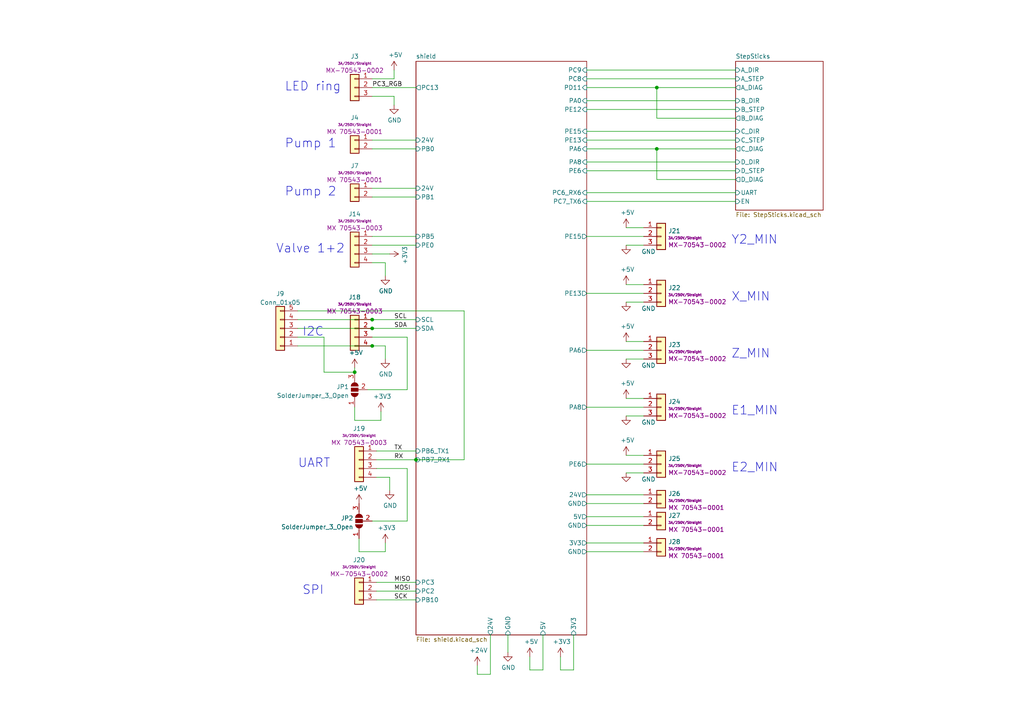
<source format=kicad_sch>
(kicad_sch (version 20211123) (generator eeschema)
  (paper "A4")
  (lib_symbols
    (symbol "Connector_Generic:Conn_01x05" (pin_names (offset 1.016) hide)
      (property "Reference" "J" (at 0 7.62 0))
      (property "Value" "Conn_01x05" (at 0 -7.62 0))
      (symbol "Conn_01x05_1_1"
        (rectangle (start -1.27 -4.953) (end 0 -5.207) (stroke (width 0.1524)))
        (rectangle (start -1.27 -2.413) (end 0 -2.667) (stroke (width 0.1524)))
        (rectangle (start -1.27 0.127) (end 0 -0.127) (stroke (width 0.1524)))
        (rectangle (start -1.27 2.667) (end 0 2.413) (stroke (width 0.1524)))
        (rectangle (start -1.27 5.207) (end 0 4.953) (stroke (width 0.1524)))
        (rectangle (start -1.27 6.35) (end 1.27 -6.35) (stroke (width 0.254)) (fill (type background)))
        (pin passive line (at -5.08 5.08 0) (length 3.81) (name "Pin_1") (number "1"))
        (pin passive line (at -5.08 2.54 0) (length 3.81) (name "Pin_2") (number "2"))
        (pin passive line (at -5.08 0 0) (length 3.81) (name "Pin_3") (number "3"))
        (pin passive line (at -5.08 -2.54 0) (length 3.81) (name "Pin_4") (number "4"))
        (pin passive line (at -5.08 -5.08 0) (length 3.81) (name "Pin_5") (number "5"))
      )
    )
    (symbol "Jumper:SolderJumper_3_Open" (pin_names (offset 0) hide)
      (property "Reference" "JP" (at -2.54 -2.54 0))
      (property "Value" "SolderJumper_3_Open" (at 0 2.794 0))
      (symbol "SolderJumper_3_Open_0_1"
        (arc (start -1.016 1.016) (mid -2.032 0) (end -1.016 -1.016))
        (arc (start -1.016 1.016) (mid -2.032 0) (end -1.016 -1.016) (fill (type outline)))
        (rectangle (start -0.508 1.016) (end 0.508 -1.016) (fill (type outline)))
        (polyline (pts (xy -2.54 0) (xy -2.032 0)))
        (polyline (pts (xy -1.016 1.016) (xy -1.016 -1.016)))
        (polyline (pts (xy 0 -1.27) (xy 0 -1.016)))
        (polyline (pts (xy 1.016 1.016) (xy 1.016 -1.016)))
        (polyline (pts (xy 2.54 0) (xy 2.032 0)))
        (arc (start 1.016 -1.016) (mid 2.032 0) (end 1.016 1.016))
        (arc (start 1.016 -1.016) (mid 2.032 0) (end 1.016 1.016) (fill (type outline)))
      )
      (symbol "SolderJumper_3_Open_1_1"
        (pin passive line (at -5.08 0 0) (length 2.54) (name "A") (number "1"))
        (pin passive line (at 0 -3.81 90) (length 2.54) (name "C") (number "2"))
        (pin passive line (at 5.08 0 180) (length 2.54) (name "B") (number "3"))
      )
    )
    (symbol "power:+24V" (power) (pin_names (offset 0))
      (property "Value" "+24V" (at 0 3.556 0))
      (symbol "+24V_0_1"
        (polyline (pts (xy -0.762 1.27) (xy 0 2.54)))
        (polyline (pts (xy 0 0) (xy 0 2.54)))
        (polyline (pts (xy 0 2.54) (xy 0.762 1.27)))
      )
      (symbol "+24V_1_1"
        (pin power_in line (at 0 0 90) (length 0) hide (name "+24V") (number "1"))
      )
    )
    (symbol "power:+3V3" (power) (pin_names (offset 0))
      (property "Value" "+3V3" (at 0 3.556 0))
      (symbol "+3V3_0_1"
        (polyline (pts (xy -0.762 1.27) (xy 0 2.54)))
        (polyline (pts (xy 0 0) (xy 0 2.54)))
        (polyline (pts (xy 0 2.54) (xy 0.762 1.27)))
      )
      (symbol "+3V3_1_1"
        (pin power_in line (at 0 0 90) (length 0) hide (name "+3V3") (number "1"))
      )
    )
    (symbol "power:+5V" (power) (pin_names (offset 0))
      (property "Value" "+5V" (at 0 3.556 0))
      (symbol "+5V_0_1"
        (polyline (pts (xy -0.762 1.27) (xy 0 2.54)))
        (polyline (pts (xy 0 0) (xy 0 2.54)))
        (polyline (pts (xy 0 2.54) (xy 0.762 1.27)))
      )
      (symbol "+5V_1_1"
        (pin power_in line (at 0 0 90) (length 0) hide (name "+5V") (number "1"))
      )
    )
    (symbol "power:GND" (power) (pin_names (offset 0))
      (property "Value" "GND" (at 0 -3.81 0))
      (symbol "GND_0_1"
        (polyline (pts (xy 0 0) (xy 0 -1.27) (xy 1.27 -1.27) (xy 0 -2.54) (xy -1.27 -1.27) (xy 0 -1.27)))
      )
      (symbol "GND_1_1"
        (pin power_in line (at 0 0 270) (length 0) hide (name "GND") (number "1"))
      )
    )
    (symbol "prusa_con:ConnTHT_01x02_70543-0001" (pin_names (offset 1.016) hide)
      (property "Reference" "J" (at 0 6.35 0))
      (property "req" "3A/250V/Straight" (at 0 2.54 0))
      (property "part_value" "MX 70543-0001" (at 1.27 4.445 0))
      (symbol "ConnTHT_01x02_70543-0001_1_1"
        (rectangle (start -1.27 -2.413) (end 0 -2.667) (stroke (width 0.1524)))
        (rectangle (start -1.27 0.127) (end 0 -0.127) (stroke (width 0.1524)))
        (rectangle (start -1.27 1.27) (end 1.27 -3.81) (stroke (width 0.254)) (fill (type background)))
        (pin passive line (at -5.08 0 0) (length 3.81) (name "Pin_1") (number "1"))
        (pin passive line (at -5.08 -2.54 0) (length 3.81) (name "Pin_2") (number "2"))
      )
    )
    (symbol "prusa_con:ConnTHT_01x03_70543-0002" (pin_names (offset 1.016) hide)
      (property "Reference" "J" (at 0 8.89 0))
      (property "req" "3A/250V/Straight" (at 0 5.08 0))
      (property "part_value" "MX-70543-0002" (at 0 6.35 0))
      (symbol "ConnTHT_01x03_70543-0002_1_1"
        (rectangle (start -1.27 -2.413) (end 0 -2.667) (stroke (width 0.1524)))
        (rectangle (start -1.27 0.127) (end 0 -0.127) (stroke (width 0.1524)))
        (rectangle (start -1.27 2.667) (end 0 2.413) (stroke (width 0.1524)))
        (rectangle (start -1.27 3.81) (end 1.27 -3.81) (stroke (width 0.254)) (fill (type background)))
        (pin passive line (at -5.08 2.54 0) (length 3.81) (name "Pin_1") (number "1"))
        (pin passive line (at -5.08 0 0) (length 3.81) (name "Pin_2") (number "2"))
        (pin passive line (at -5.08 -2.54 0) (length 3.81) (name "3") (number "3"))
      )
    )
    (symbol "prusa_con:ConnTHT_01x04_70543-0003" (pin_names (offset 1.016) hide)
      (property "Reference" "J" (at 0 9.525 0))
      (property "req" "3A/250V/Straight" (at 0 6.35 0))
      (property "part_value" "MX 70543-0003" (at 0 7.62 0))
      (symbol "ConnTHT_01x04_70543-0003_1_1"
        (rectangle (start -1.27 -3.683) (end 0 -3.937) (stroke (width 0.1524)))
        (rectangle (start -1.27 -1.143) (end 0 -1.397) (stroke (width 0.1524)))
        (rectangle (start -1.27 1.397) (end 0 1.143) (stroke (width 0.1524)))
        (rectangle (start -1.27 3.937) (end 0 3.683) (stroke (width 0.1524)))
        (rectangle (start -1.27 5.08) (end 1.27 -5.08) (stroke (width 0.254)) (fill (type background)))
        (pin passive line (at -5.08 3.81 0) (length 3.81) (name "Pin_1") (number "1"))
        (pin passive line (at -5.08 1.27 0) (length 3.81) (name "Pin_2") (number "2"))
        (pin passive line (at -5.08 -1.27 0) (length 3.81) (name "Pin_3") (number "3"))
        (pin passive line (at -5.08 -3.81 0) (length 3.81) (name "4") (number "4"))
      )
    )
  )
  (junction (at 102.87 107.95))
  (junction (at 107.95 92.71))
  (junction (at 190.5 25.4))
  (junction (at 107.95 100.33))
  (junction (at 120.65 133.35))
  (junction (at 107.95 95.25))
  (junction (at 190.5 43.18))
  (wire (pts (xy 102.87 121.92) (xy 110.49 121.92)))
  (wire (pts (xy 147.32 189.23) (xy 147.32 184.15)))
  (wire (pts (xy 186.69 137.16) (xy 181.61 137.16)))
  (wire (pts (xy 170.18 101.6) (xy 186.69 101.6)))
  (wire (pts (xy 107.95 97.79) (xy 118.11 97.79)))
  (wire (pts (xy 138.43 195.58) (xy 138.43 193.04)))
  (wire (pts (xy 107.95 57.15) (xy 120.65 57.15)))
  (wire (pts (xy 107.95 95.25) (xy 120.65 95.25)))
  (wire (pts (xy 86.36 97.79) (xy 93.98 97.79)))
  (wire (pts (xy 86.36 95.25) (xy 107.95 95.25)))
  (wire (pts (xy 186.69 71.12) (xy 181.61 71.12)))
  (wire (pts (xy 213.36 43.18) (xy 190.5 43.18)))
  (wire (pts (xy 170.18 55.88) (xy 213.36 55.88)))
  (wire (pts (xy 170.18 22.86) (xy 213.36 22.86)))
  (wire (pts (xy 93.98 97.79) (xy 93.98 107.95)))
  (wire (pts (xy 153.67 190.5) (xy 153.67 194.31)))
  (wire (pts (xy 118.11 97.79) (xy 118.11 113.03)))
  (wire (pts (xy 111.76 160.02) (xy 111.76 157.48)))
  (wire (pts (xy 186.69 143.51) (xy 170.18 143.51)))
  (wire (pts (xy 107.95 27.94) (xy 114.3 27.94)))
  (wire (pts (xy 86.36 90.17) (xy 134.62 90.17)))
  (wire (pts (xy 138.43 195.58) (xy 142.24 195.58)))
  (wire (pts (xy 186.69 82.55) (xy 181.61 82.55)))
  (wire (pts (xy 111.76 80.01) (xy 111.76 76.2)))
  (wire (pts (xy 109.22 168.91) (xy 120.65 168.91)))
  (wire (pts (xy 186.69 87.63) (xy 181.61 87.63)))
  (wire (pts (xy 109.22 171.45) (xy 120.65 171.45)))
  (wire (pts (xy 118.11 135.89) (xy 118.11 151.13)))
  (wire (pts (xy 190.5 43.18) (xy 170.18 43.18)))
  (wire (pts (xy 102.87 118.11) (xy 102.87 121.92)))
  (wire (pts (xy 186.69 115.57) (xy 181.61 115.57)))
  (wire (pts (xy 109.22 130.81) (xy 120.65 130.81)))
  (wire (pts (xy 166.37 184.15) (xy 166.37 194.31)))
  (wire (pts (xy 186.69 66.04) (xy 181.61 66.04)))
  (wire (pts (xy 104.14 160.02) (xy 111.76 160.02)))
  (wire (pts (xy 170.18 46.99) (xy 213.36 46.99)))
  (wire (pts (xy 107.95 22.86) (xy 114.3 22.86)))
  (wire (pts (xy 186.69 104.14) (xy 181.61 104.14)))
  (wire (pts (xy 107.95 68.58) (xy 120.65 68.58)))
  (wire (pts (xy 186.69 132.08) (xy 181.61 132.08)))
  (wire (pts (xy 110.49 121.92) (xy 110.49 119.38)))
  (wire (pts (xy 190.5 34.29) (xy 190.5 25.4)))
  (wire (pts (xy 107.95 100.33) (xy 111.76 100.33)))
  (wire (pts (xy 113.03 142.24) (xy 113.03 138.43)))
  (wire (pts (xy 107.95 40.64) (xy 120.65 40.64)))
  (wire (pts (xy 107.95 92.71) (xy 120.65 92.71)))
  (wire (pts (xy 213.36 31.75) (xy 170.18 31.75)))
  (wire (pts (xy 86.36 92.71) (xy 107.95 92.71)))
  (wire (pts (xy 102.87 106.68) (xy 102.87 107.95)))
  (wire (pts (xy 186.69 149.86) (xy 170.18 149.86)))
  (wire (pts (xy 109.22 173.99) (xy 120.65 173.99)))
  (wire (pts (xy 170.18 29.21) (xy 213.36 29.21)))
  (wire (pts (xy 170.18 58.42) (xy 213.36 58.42)))
  (wire (pts (xy 186.69 120.65) (xy 181.61 120.65)))
  (wire (pts (xy 86.36 100.33) (xy 107.95 100.33)))
  (wire (pts (xy 109.22 133.35) (xy 120.65 133.35)))
  (wire (pts (xy 166.37 194.31) (xy 162.56 194.31)))
  (wire (pts (xy 170.18 20.32) (xy 213.36 20.32)))
  (wire (pts (xy 107.95 76.2) (xy 111.76 76.2)))
  (wire (pts (xy 186.69 146.05) (xy 170.18 146.05)))
  (wire (pts (xy 162.56 194.31) (xy 162.56 190.5)))
  (wire (pts (xy 142.24 195.58) (xy 142.24 184.15)))
  (wire (pts (xy 213.36 52.07) (xy 190.5 52.07)))
  (wire (pts (xy 107.95 25.4) (xy 120.65 25.4)))
  (wire (pts (xy 120.65 133.35) (xy 134.62 133.35)))
  (wire (pts (xy 170.18 134.62) (xy 186.69 134.62)))
  (wire (pts (xy 170.18 118.11) (xy 186.69 118.11)))
  (wire (pts (xy 213.36 34.29) (xy 190.5 34.29)))
  (wire (pts (xy 93.98 107.95) (xy 102.87 107.95)))
  (wire (pts (xy 107.95 73.66) (xy 113.03 73.66)))
  (wire (pts (xy 213.36 25.4) (xy 190.5 25.4)))
  (wire (pts (xy 107.95 43.18) (xy 120.65 43.18)))
  (wire (pts (xy 170.18 38.1) (xy 213.36 38.1)))
  (wire (pts (xy 118.11 135.89) (xy 109.22 135.89)))
  (wire (pts (xy 170.18 85.09) (xy 186.69 85.09)))
  (wire (pts (xy 190.5 25.4) (xy 170.18 25.4)))
  (wire (pts (xy 186.69 99.06) (xy 181.61 99.06)))
  (wire (pts (xy 170.18 40.64) (xy 213.36 40.64)))
  (wire (pts (xy 170.18 68.58) (xy 186.69 68.58)))
  (wire (pts (xy 107.95 71.12) (xy 120.65 71.12)))
  (wire (pts (xy 190.5 52.07) (xy 190.5 43.18)))
  (wire (pts (xy 170.18 49.53) (xy 213.36 49.53)))
  (wire (pts (xy 107.95 151.13) (xy 118.11 151.13)))
  (wire (pts (xy 113.03 138.43) (xy 109.22 138.43)))
  (wire (pts (xy 114.3 22.86) (xy 114.3 20.32)))
  (wire (pts (xy 114.3 27.94) (xy 114.3 30.48)))
  (wire (pts (xy 157.48 194.31) (xy 157.48 184.15)))
  (wire (pts (xy 107.95 54.61) (xy 120.65 54.61)))
  (wire (pts (xy 186.69 157.48) (xy 170.18 157.48)))
  (wire (pts (xy 134.62 90.17) (xy 134.62 133.35)))
  (wire (pts (xy 106.68 113.03) (xy 118.11 113.03)))
  (wire (pts (xy 153.67 194.31) (xy 157.48 194.31)))
  (wire (pts (xy 186.69 160.02) (xy 170.18 160.02)))
  (wire (pts (xy 186.69 152.4) (xy 170.18 152.4)))
  (wire (pts (xy 104.14 156.21) (xy 104.14 160.02)))
  (wire (pts (xy 111.76 104.14) (xy 111.76 100.33)))
  (text "UART" (at 86.36 135.89 0) (effects (font (size 2.54 2.54)) (justify left bottom)))
  (text "LED ring" (at 82.55 26.67 0) (effects (font (size 2.54 2.54)) (justify left bottom)))
  (text "Pump 2" (at 82.55 57.15 0) (effects (font (size 2.54 2.54)) (justify left bottom)))
  (text "E1_MIN" (at 212.09 120.65 0) (effects (font (size 2.54 2.54)) (justify left bottom)))
  (text "Pump 1" (at 82.55 43.18 0) (effects (font (size 2.54 2.54)) (justify left bottom)))
  (text "SPI" (at 87.63 172.72 0) (effects (font (size 2.54 2.54)) (justify left bottom)))
  (text "X_MIN" (at 212.09 87.63 0) (effects (font (size 2.54 2.54)) (justify left bottom)))
  (text "Y2_MIN" (at 212.09 71.12 0) (effects (font (size 2.54 2.54)) (justify left bottom)))
  (text "I2C\n" (at 87.63 97.79 0) (effects (font (size 2.54 2.54)) (justify left bottom)))
  (text "Z_MIN" (at 212.09 104.14 0) (effects (font (size 2.54 2.54)) (justify left bottom)))
  (text "Valve 1+2" (at 80.01 73.66 0) (effects (font (size 2.54 2.54)) (justify left bottom)))
  (text "E2_MIN" (at 212.09 137.16 0) (effects (font (size 2.54 2.54)) (justify left bottom)))
  (label "MISO" (at 114.3 168.91 0))
  (label "SCK" (at 114.3 173.99 0))
  (label "SCL" (at 114.3 92.71 0))
  (label "MOSI" (at 114.3 171.45 0))
  (label "SDA" (at 114.3 95.25 0))
  (label "TX" (at 114.3 130.81 0))
  (label "PC3_RGB" (at 107.95 25.4 0))
  (label "RX" (at 114.3 133.35 0))
  (symbol (lib_id "power:+3V3") (at 162.56 190.5 0) (unit 1)
    (property "Reference" "#PWR029" (effects hide))
    (property "Value" "+3V3" (at 162.941 186.1058 0))
  )
  (symbol (lib_id "power:GND") (at 147.32 189.23 0) (unit 1)
    (property "Reference" "#PWR031" (effects hide))
    (property "Value" "GND" (at 147.447 193.6242 0))
  )
  (symbol (lib_id "power:+5V") (at 153.67 190.5 0) (unit 1)
    (property "Reference" "#PWR030" (effects hide))
    (property "Value" "+5V" (at 154.051 186.1058 0))
  )
  (symbol (lib_id "prusa_con:ConnTHT_01x03_70543-0002") (at 191.77 118.11 0) (unit 1)
    (property "Reference" "J24" (at 193.802 116.5091 0) (effects (justify left)))
    (property "Value" "ConnTHT_01x03_70543-0002" (effects hide))
    (property "Footprint" "prusa_con:MX-70543-0002" (effects hide))
    (property "Datasheet" "https://cz.mouser.com/ProductDetail/Molex/70543-0002?qs=%2fha2pyFadujzPVRUxfvEOuNNHPddHlWXzaDuKa1OgFwQERUMCx%2fKZw%3d%3d" (effects hide))
    (property "req" "3A/250V/Straight" (at 193.802 118.5438 0) (effects (font (size 0.7112 0.7112)) (justify left)))
    (property "part_value" "MX-70543-0002" (at 193.802 120.5784 0) (effects (justify left)))
    (property "ID" "5489" (effects hide))
  )
  (symbol (lib_id "power:+5V") (at 181.61 115.57 0) (unit 1)
    (property "Reference" "#PWR0112" (effects hide))
    (property "Value" "+5V" (at 181.991 111.1758 0))
  )
  (symbol (lib_id "power:GND") (at 111.76 104.14 0) (unit 1)
    (property "Reference" "#PWR0118" (effects hide))
    (property "Value" "GND" (at 111.887 108.5342 0))
  )
  (symbol (lib_id "prusa_con:ConnTHT_01x03_70543-0002") (at 102.87 25.4 0) (mirror y) (unit 1)
    (property "Reference" "J3" (at 102.87 16.3578 0))
    (property "Value" "ConnTHT_01x03_70543-0002" (effects hide))
    (property "Footprint" "prusa_con:MX-70543-0002" (effects hide))
    (property "Datasheet" "https://cz.mouser.com/ProductDetail/Molex/70543-0002?qs=%2fha2pyFadujzPVRUxfvEOuNNHPddHlWXzaDuKa1OgFwQERUMCx%2fKZw%3d%3d" (effects hide))
    (property "req" "3A/250V/Straight" (at 102.87 18.3925 0) (effects (font (size 0.7112 0.7112))))
    (property "part_value" "MX-70543-0002" (at 102.87 20.4271 0))
    (property "ID" "5489" (effects hide))
  )
  (symbol (lib_id "prusa_con:ConnTHT_01x02_70543-0001") (at 102.87 54.61 0) (mirror y) (unit 1)
    (property "Reference" "J7" (at 102.87 48.1078 0))
    (property "Value" "ConnTHT_01x02_70543-0001" (effects hide))
    (property "Footprint" "prusa_con:MX-70543-0001" (effects hide))
    (property "Datasheet" "https://cz.mouser.com/ProductDetail/Molex/70543-0001?qs=sGAEpiMZZMtVoztFdqDXOwZ%252b3K3gi96X" (effects hide))
    (property "req" "3A/250V/Straight" (at 102.87 50.1425 0) (effects (font (size 0.7112 0.7112))))
    (property "part_value" "MX 70543-0001" (at 102.87 52.1771 0))
    (property "ID" "5488" (effects hide))
  )
  (symbol (lib_id "power:+24V") (at 138.43 193.04 0) (unit 1)
    (property "Reference" "#PWR0121" (effects hide))
    (property "Value" "+24V" (at 138.811 188.6458 0))
  )
  (symbol (lib_id "prusa_con:ConnTHT_01x02_70543-0001") (at 191.77 143.51 0) (unit 1)
    (property "Reference" "J26" (at 193.802 143.1791 0) (effects (justify left)))
    (property "Value" "ConnTHT_01x02_70543-0001" (effects hide))
    (property "Footprint" "prusa_con:MX-70543-0001" (effects hide))
    (property "Datasheet" "https://cz.mouser.com/ProductDetail/Molex/70543-0001?qs=sGAEpiMZZMtVoztFdqDXOwZ%252b3K3gi96X" (effects hide))
    (property "req" "3A/250V/Straight" (at 193.802 145.2138 0) (effects (font (size 0.7112 0.7112)) (justify left)))
    (property "part_value" "MX 70543-0001" (at 193.802 147.2484 0) (effects (justify left)))
    (property "ID" "5488" (effects hide))
  )
  (symbol (lib_id "prusa_con:ConnTHT_01x04_70543-0003") (at 104.14 134.62 0) (mirror y) (unit 1)
    (property "Reference" "J19" (at 104.14 124.3078 0))
    (property "Value" "ConnTHT_01x04_70543-0003" (effects hide))
    (property "Footprint" "prusa_con:MX-70543-0003" (effects hide))
    (property "Datasheet" "https://cz.mouser.com/ProductDetail/Molex/70543-0003?qs=%2Fha2pyFaduhkrELsSyc%252bzEvQtAM%2F8u3WZn5u47QKSoI%3D" (effects hide))
    (property "req" "3A/250V/Straight" (at 104.14 126.3425 0) (effects (font (size 0.7112 0.7112))))
    (property "part_value" "MX 70543-0003" (at 104.14 128.3771 0))
    (property "ID" "5487" (effects hide))
  )
  (symbol (lib_id "prusa_con:ConnTHT_01x04_70543-0003") (at 102.87 72.39 0) (mirror y) (unit 1)
    (property "Reference" "J14" (at 102.87 62.0778 0))
    (property "Value" "ConnTHT_01x04_70543-0003" (effects hide))
    (property "Footprint" "prusa_con:MX-70543-0003" (effects hide))
    (property "Datasheet" "https://cz.mouser.com/ProductDetail/Molex/70543-0003?qs=%2Fha2pyFaduhkrELsSyc%252bzEvQtAM%2F8u3WZn5u47QKSoI%3D" (effects hide))
    (property "req" "3A/250V/Straight" (at 102.87 64.1125 0) (effects (font (size 0.7112 0.7112))))
    (property "part_value" "MX 70543-0003" (at 102.87 66.1471 0))
    (property "ID" "5487" (effects hide))
  )
  (symbol (lib_id "power:+5V") (at 104.14 146.05 0) (unit 1)
    (property "Reference" "#PWR0120" (effects hide))
    (property "Value" "+5V" (at 104.521 141.6558 0))
  )
  (symbol (lib_id "power:+5V") (at 181.61 132.08 0) (unit 1)
    (property "Reference" "#PWR0109" (effects hide))
    (property "Value" "+5V" (at 181.991 127.6858 0))
  )
  (symbol (lib_id "power:+3V3") (at 113.03 73.66 270) (unit 1)
    (property "Reference" "#PWR0117" (effects hide))
    (property "Value" "+3V3" (at 117.4242 74.041 0))
  )
  (symbol (lib_id "power:GND") (at 181.61 120.65 0) (unit 1)
    (property "Reference" "#PWR0111" (effects hide))
    (property "Value" "GND" (at 188.087 122.5042 0))
  )
  (symbol (lib_id "power:+3V3") (at 111.76 157.48 0) (unit 1)
    (property "Reference" "#PWR0104" (effects hide))
    (property "Value" "+3V3" (at 112.141 153.0858 0))
  )
  (symbol (lib_id "power:GND") (at 114.3 30.48 0) (unit 1)
    (property "Reference" "#PWR0113" (effects hide))
    (property "Value" "GND" (at 114.427 34.8742 0))
  )
  (symbol (lib_id "prusa_con:ConnTHT_01x04_70543-0003") (at 102.87 96.52 0) (mirror y) (unit 1)
    (property "Reference" "J18" (at 102.87 86.2078 0))
    (property "Value" "ConnTHT_01x04_70543-0003" (effects hide))
    (property "Footprint" "prusa_con:MX-70543-0003" (effects hide))
    (property "Datasheet" "https://cz.mouser.com/ProductDetail/Molex/70543-0003?qs=%2Fha2pyFaduhkrELsSyc%252bzEvQtAM%2F8u3WZn5u47QKSoI%3D" (effects hide))
    (property "req" "3A/250V/Straight" (at 102.87 88.2425 0) (effects (font (size 0.7112 0.7112))))
    (property "part_value" "MX 70543-0003" (at 102.87 90.2771 0))
    (property "ID" "5487" (effects hide))
  )
  (symbol (lib_id "power:GND") (at 111.76 80.01 0) (unit 1)
    (property "Reference" "#PWR0115" (effects hide))
    (property "Value" "GND" (at 111.887 84.4042 0))
  )
  (symbol (lib_id "power:+5V") (at 102.87 106.68 0) (unit 1)
    (property "Reference" "#PWR0116" (effects hide))
    (property "Value" "+5V" (at 103.251 102.2858 0))
  )
  (symbol (lib_id "power:GND") (at 181.61 137.16 0) (unit 1)
    (property "Reference" "#PWR0110" (effects hide))
    (property "Value" "GND" (at 188.087 139.0142 0))
  )
  (symbol (lib_id "prusa_con:ConnTHT_01x03_70543-0002") (at 104.14 171.45 0) (mirror y) (unit 1)
    (property "Reference" "J20" (at 104.14 162.4078 0))
    (property "Value" "ConnTHT_01x03_70543-0002" (effects hide))
    (property "Footprint" "prusa_con:MX-70543-0002" (effects hide))
    (property "Datasheet" "https://cz.mouser.com/ProductDetail/Molex/70543-0002?qs=%2fha2pyFadujzPVRUxfvEOuNNHPddHlWXzaDuKa1OgFwQERUMCx%2fKZw%3d%3d" (effects hide))
    (property "req" "3A/250V/Straight" (at 104.14 164.4425 0) (effects (font (size 0.7112 0.7112))))
    (property "part_value" "MX-70543-0002" (at 104.14 166.4771 0))
    (property "ID" "5489" (effects hide))
  )
  (symbol (lib_id "prusa_con:ConnTHT_01x03_70543-0002") (at 191.77 134.62 0) (unit 1)
    (property "Reference" "J25" (at 193.802 133.0191 0) (effects (justify left)))
    (property "Value" "ConnTHT_01x03_70543-0002" (effects hide))
    (property "Footprint" "prusa_con:MX-70543-0002" (effects hide))
    (property "Datasheet" "https://cz.mouser.com/ProductDetail/Molex/70543-0002?qs=%2fha2pyFadujzPVRUxfvEOuNNHPddHlWXzaDuKa1OgFwQERUMCx%2fKZw%3d%3d" (effects hide))
    (property "req" "3A/250V/Straight" (at 193.802 135.0538 0) (effects (font (size 0.7112 0.7112)) (justify left)))
    (property "part_value" "MX-70543-0002" (at 193.802 137.0884 0) (effects (justify left)))
    (property "ID" "5489" (effects hide))
  )
  (symbol (lib_id "power:+5V") (at 181.61 82.55 0) (unit 1)
    (property "Reference" "#PWR0106" (effects hide))
    (property "Value" "+5V" (at 181.991 78.1558 0))
  )
  (symbol (lib_id "prusa_con:ConnTHT_01x03_70543-0002") (at 191.77 68.58 0) (unit 1)
    (property "Reference" "J21" (at 193.802 66.9791 0) (effects (justify left)))
    (property "Value" "ConnTHT_01x03_70543-0002" (effects hide))
    (property "Footprint" "prusa_con:MX-70543-0002" (effects hide))
    (property "Datasheet" "https://cz.mouser.com/ProductDetail/Molex/70543-0002?qs=%2fha2pyFadujzPVRUxfvEOuNNHPddHlWXzaDuKa1OgFwQERUMCx%2fKZw%3d%3d" (effects hide))
    (property "req" "3A/250V/Straight" (at 193.802 69.0138 0) (effects (font (size 0.7112 0.7112)) (justify left)))
    (property "part_value" "MX-70543-0002" (at 193.802 71.0484 0) (effects (justify left)))
    (property "ID" "5489" (effects hide))
  )
  (symbol (lib_id "prusa_con:ConnTHT_01x02_70543-0001") (at 102.87 40.64 0) (mirror y) (unit 1)
    (property "Reference" "J4" (at 102.87 34.1378 0))
    (property "Value" "ConnTHT_01x02_70543-0001" (effects hide))
    (property "Footprint" "prusa_con:MX-70543-0001" (effects hide))
    (property "Datasheet" "https://cz.mouser.com/ProductDetail/Molex/70543-0001?qs=sGAEpiMZZMtVoztFdqDXOwZ%252b3K3gi96X" (effects hide))
    (property "req" "3A/250V/Straight" (at 102.87 36.1725 0) (effects (font (size 0.7112 0.7112))))
    (property "part_value" "MX 70543-0001" (at 102.87 38.2071 0))
    (property "ID" "5488" (effects hide))
  )
  (symbol (lib_id "Jumper:SolderJumper_3_Open") (at 102.87 113.03 90) (unit 1)
    (property "Reference" "JP1" (at 101.2191 112.1953 90) (effects (justify left)))
    (property "Value" "SolderJumper_3_Open" (at 101.2191 114.7322 90) (effects (justify left)))
    (property "Footprint" "Jumper:SolderJumper-3_P2.0mm_Open_TrianglePad1.0x1.5mm" (effects hide))
  )
  (symbol (lib_id "prusa_con:ConnTHT_01x03_70543-0002") (at 191.77 85.09 0) (unit 1)
    (property "Reference" "J22" (at 193.802 83.4891 0) (effects (justify left)))
    (property "Value" "ConnTHT_01x03_70543-0002" (effects hide))
    (property "Footprint" "prusa_con:MX-70543-0002" (effects hide))
    (property "Datasheet" "https://cz.mouser.com/ProductDetail/Molex/70543-0002?qs=%2fha2pyFadujzPVRUxfvEOuNNHPddHlWXzaDuKa1OgFwQERUMCx%2fKZw%3d%3d" (effects hide))
    (property "req" "3A/250V/Straight" (at 193.802 85.5238 0) (effects (font (size 0.7112 0.7112)) (justify left)))
    (property "part_value" "MX-70543-0002" (at 193.802 87.5584 0) (effects (justify left)))
    (property "ID" "5489" (effects hide))
  )
  (symbol (lib_id "power:GND") (at 181.61 71.12 0) (unit 1)
    (property "Reference" "#PWR0101" (effects hide))
    (property "Value" "GND" (at 188.087 72.9742 0))
  )
  (symbol (lib_id "power:GND") (at 181.61 87.63 0) (unit 1)
    (property "Reference" "#PWR0107" (effects hide))
    (property "Value" "GND" (at 188.087 89.4842 0))
  )
  (symbol (lib_id "prusa_con:ConnTHT_01x02_70543-0001") (at 191.77 149.86 0) (unit 1)
    (property "Reference" "J27" (at 193.802 149.5291 0) (effects (justify left)))
    (property "Value" "ConnTHT_01x02_70543-0001" (effects hide))
    (property "Footprint" "prusa_con:MX-70543-0001" (effects hide))
    (property "Datasheet" "https://cz.mouser.com/ProductDetail/Molex/70543-0001?qs=sGAEpiMZZMtVoztFdqDXOwZ%252b3K3gi96X" (effects hide))
    (property "req" "3A/250V/Straight" (at 193.802 151.5638 0) (effects (font (size 0.7112 0.7112)) (justify left)))
    (property "part_value" "MX 70543-0001" (at 193.802 153.5984 0) (effects (justify left)))
    (property "ID" "5488" (effects hide))
  )
  (symbol (lib_id "prusa_con:ConnTHT_01x02_70543-0001") (at 191.77 157.48 0) (unit 1)
    (property "Reference" "J28" (at 193.802 157.1491 0) (effects (justify left)))
    (property "Value" "ConnTHT_01x02_70543-0001" (effects hide))
    (property "Footprint" "prusa_con:MX-70543-0001" (effects hide))
    (property "Datasheet" "https://cz.mouser.com/ProductDetail/Molex/70543-0001?qs=sGAEpiMZZMtVoztFdqDXOwZ%252b3K3gi96X" (effects hide))
    (property "req" "3A/250V/Straight" (at 193.802 159.1838 0) (effects (font (size 0.7112 0.7112)) (justify left)))
    (property "part_value" "MX 70543-0001" (at 193.802 161.2184 0) (effects (justify left)))
    (property "ID" "5488" (effects hide))
  )
  (symbol (lib_id "power:+3V3") (at 110.49 119.38 0) (unit 1)
    (property "Reference" "#PWR0119" (effects hide))
    (property "Value" "+3V3" (at 110.871 114.9858 0))
  )
  (symbol (lib_id "power:+5V") (at 181.61 99.06 0) (unit 1)
    (property "Reference" "#PWR0108" (effects hide))
    (property "Value" "+5V" (at 181.991 94.6658 0))
  )
  (symbol (lib_id "power:+5V") (at 181.61 66.04 0) (unit 1)
    (property "Reference" "#PWR0102" (effects hide))
    (property "Value" "+5V" (at 181.991 61.6458 0))
  )
  (symbol (lib_id "Jumper:SolderJumper_3_Open") (at 104.14 151.13 90) (unit 1)
    (property "Reference" "JP2" (at 102.4891 150.2953 90) (effects (justify left)))
    (property "Value" "SolderJumper_3_Open" (at 102.4891 152.8322 90) (effects (justify left)))
    (property "Footprint" "Jumper:SolderJumper-3_P2.0mm_Open_TrianglePad1.0x1.5mm" (effects hide))
  )
  (symbol (lib_id "power:GND") (at 113.03 142.24 0) (unit 1)
    (property "Reference" "#PWR0103" (effects hide))
    (property "Value" "GND" (at 113.157 146.6342 0))
  )
  (symbol (lib_id "prusa_con:ConnTHT_01x03_70543-0002") (at 191.77 101.6 0) (unit 1)
    (property "Reference" "J23" (at 193.802 99.9991 0) (effects (justify left)))
    (property "Value" "ConnTHT_01x03_70543-0002" (effects hide))
    (property "Footprint" "prusa_con:MX-70543-0002" (effects hide))
    (property "Datasheet" "https://cz.mouser.com/ProductDetail/Molex/70543-0002?qs=%2fha2pyFadujzPVRUxfvEOuNNHPddHlWXzaDuKa1OgFwQERUMCx%2fKZw%3d%3d" (effects hide))
    (property "req" "3A/250V/Straight" (at 193.802 102.0338 0) (effects (font (size 0.7112 0.7112)) (justify left)))
    (property "part_value" "MX-70543-0002" (at 193.802 104.0684 0) (effects (justify left)))
    (property "ID" "5489" (effects hide))
  )
  (symbol (lib_id "power:GND") (at 181.61 104.14 0) (unit 1)
    (property "Reference" "#PWR0105" (effects hide))
    (property "Value" "GND" (at 188.087 105.9942 0))
  )
  (symbol (lib_id "Connector_Generic:Conn_01x05") (at 81.28 95.25 180) (unit 1)
    (property "Reference" "J9" (at 81.28 85.2002 0))
    (property "Value" "Conn_01x05" (at 81.28 87.7371 0))
    (property "Footprint" "buddy_shield:PCF8575_module" (effects hide))
  )
  (symbol (lib_id "power:+5V") (at 114.3 20.32 0) (unit 1)
    (property "Reference" "#PWR0114" (effects hide))
    (property "Value" "+5V" (at 114.681 15.9258 0))
  )
  (sheet (at 120.65 17.78) (size 49.53 166.37)
    (property "Sheet name" "shield" (at 120.65 17.0684 0) (effects (justify left bottom)))
    (property "Sheet file" "shield.kicad_sch" (at 120.65 184.7346 0) (effects (justify left top)))
    (pin "PA6" input (at 170.18 43.18 0))
    (pin "PA8" input (at 170.18 46.99 0))
    (pin "PC6_RX6" input (at 170.18 55.88 0))
    (pin "PE6" input (at 170.18 49.53 0))
    (pin "PC7_TX6" input (at 170.18 58.42 0))
    (pin "PB6_TX1" input (at 120.65 130.81 180))
    (pin "PB7_RX1" input (at 120.65 133.35 180))
    (pin "SCL" input (at 120.65 92.71 180))
    (pin "SDA" input (at 120.65 95.25 180))
    (pin "PB1" input (at 120.65 57.15 180))
    (pin "PB0" input (at 120.65 43.18 180))
    (pin "PC9" input (at 170.18 20.32 0))
    (pin "PC8" input (at 170.18 22.86 0))
    (pin "PD11" input (at 170.18 25.4 0))
    (pin "PB10" input (at 120.65 173.99 180))
    (pin "PC3" input (at 120.65 168.91 180))
    (pin "PC2" input (at 120.65 171.45 180))
    (pin "PA0" input (at 170.18 29.21 0))
    (pin "PE12" input (at 170.18 31.75 0))
    (pin "PE15" input (at 170.18 38.1 0))
    (pin "PE13" input (at 170.18 40.64 0))
    (pin "3V3" input (at 166.37 184.15 270))
    (pin "GND" input (at 147.32 184.15 270))
    (pin "5V" input (at 157.48 184.15 270))
    (pin "24V" input (at 120.65 40.64 180))
    (pin "PE0" input (at 120.65 71.12 180))
    (pin "24V" input (at 120.65 54.61 180))
    (pin "PE15" output (at 170.18 68.58 0))
    (pin "PE13" output (at 170.18 85.09 0))
    (pin "PA6" output (at 170.18 101.6 0))
    (pin "PA8" output (at 170.18 118.11 0))
    (pin "PE6" output (at 170.18 134.62 0))
    (pin "PC13" output (at 120.65 25.4 180))
    (pin "PB5" input (at 120.65 68.58 180))
    (pin "5V" output (at 170.18 149.86 0))
    (pin "3V3" output (at 170.18 157.48 0))
    (pin "GND" output (at 170.18 152.4 0))
    (pin "GND" output (at 170.18 160.02 0))
    (pin "24V" output (at 170.18 143.51 0))
    (pin "GND" output (at 170.18 146.05 0))
    (pin "24V" output (at 142.24 184.15 270))
  )
  (sheet (at 213.36 17.78) (size 25.4 43.18)
    (property "Sheet name" "StepSticks" (at 213.36 17.0684 0) (effects (justify left bottom)))
    (property "Sheet file" "StepSticks.kicad_sch" (at 213.36 61.5446 0) (effects (justify left top)))
    (pin "A_DIR" input (at 213.36 20.32 180))
    (pin "A_STEP" input (at 213.36 22.86 180))
    (pin "EN" input (at 213.36 58.42 180))
    (pin "A_DIAG" output (at 213.36 25.4 180))
    (pin "UART" input (at 213.36 55.88 180))
    (pin "B_DIR" input (at 213.36 29.21 180))
    (pin "B_STEP" input (at 213.36 31.75 180))
    (pin "B_DIAG" output (at 213.36 34.29 180))
    (pin "C_DIAG" output (at 213.36 43.18 180))
    (pin "C_STEP" input (at 213.36 40.64 180))
    (pin "C_DIR" input (at 213.36 38.1 180))
    (pin "D_DIAG" output (at 213.36 52.07 180))
    (pin "D_DIR" input (at 213.36 46.99 180))
    (pin "D_STEP" input (at 213.36 49.53 180))
  )
)
</source>
